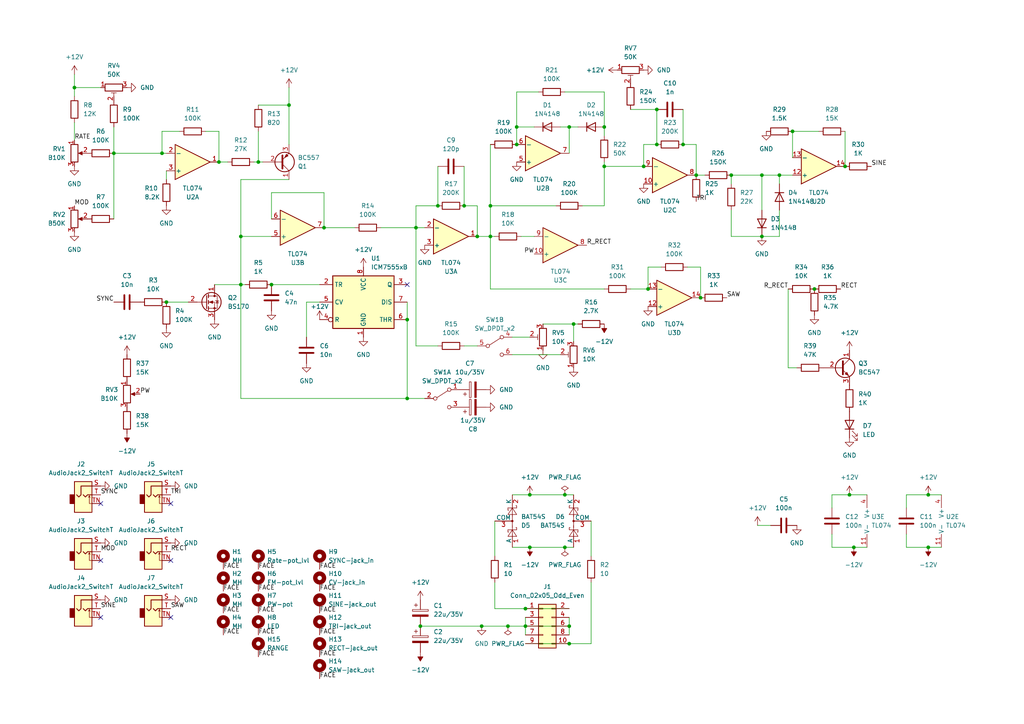
<source format=kicad_sch>
(kicad_sch (version 20230121) (generator eeschema)
  (paper "A4")
  (junction (at 147.32 181.61))
  (junction (at 153.67 143.51))
  (junction (at 247.65 158.75))
  (junction (at 83.82 30.48))
  (junction (at 63.5 46.99))
  (junction (at 163.83 143.51))
  (junction (at 269.24 143.51))
  (junction (at 142.24 68.58))
  (junction (at 190.5 41.91))
  (junction (at 149.86 36.83))
  (junction (at 212.09 50.8))
  (junction (at 165.1 36.83))
  (junction (at 175.26 36.83))
  (junction (at 78.74 82.55))
  (junction (at 134.62 59.69))
  (junction (at 245.11 48.26))
  (junction (at 153.67 158.75))
  (junction (at 118.11 115.57))
  (junction (at 198.12 41.91))
  (junction (at 163.83 158.75))
  (junction (at 165.1 186.69))
  (junction (at 229.87 38.1))
  (junction (at 138.43 68.58))
  (junction (at 48.26 87.63))
  (junction (at 74.93 46.99))
  (junction (at 236.22 83.82))
  (junction (at 220.98 68.58))
  (junction (at 220.98 50.8))
  (junction (at 142.24 59.69))
  (junction (at 127 59.69))
  (junction (at 139.7 181.61))
  (junction (at 203.2 86.36))
  (junction (at 269.24 158.75))
  (junction (at 226.06 50.8))
  (junction (at 175.26 48.26))
  (junction (at 152.4 181.61))
  (junction (at 187.96 83.82))
  (junction (at 33.02 44.45))
  (junction (at 149.86 41.91))
  (junction (at 120.65 66.04))
  (junction (at 246.38 143.51))
  (junction (at 165.1 181.61))
  (junction (at 201.93 50.8))
  (junction (at 152.4 176.53))
  (junction (at 46.99 44.45))
  (junction (at 121.92 181.61))
  (junction (at 166.37 93.98))
  (junction (at 186.69 48.26))
  (junction (at 93.98 66.04))
  (junction (at 69.85 68.58))
  (junction (at 190.5 31.75))
  (junction (at 118.11 92.71))
  (junction (at 21.59 25.4))
  (junction (at 69.85 82.55))
  (no_connect (at 118.11 82.55))
  (no_connect (at 49.53 162.56))
  (no_connect (at 29.21 179.07))
  (no_connect (at 29.21 146.05))
  (no_connect (at 49.53 179.07))
  (no_connect (at 49.53 146.05))
  (no_connect (at 29.21 162.56))
  (wire (pts (xy 175.26 26.67) (xy 175.26 36.83)))
  (wire (pts (xy 52.07 38.1) (xy 46.99 38.1)))
  (wire (pts (xy 118.11 115.57) (xy 69.85 115.57)))
  (wire (pts (xy 149.86 36.83) (xy 149.86 41.91)))
  (wire (pts (xy 120.65 66.04) (xy 120.65 100.33)))
  (wire (pts (xy 118.11 92.71) (xy 118.11 115.57)))
  (wire (pts (xy 78.74 82.55) (xy 92.71 82.55)))
  (wire (pts (xy 134.62 59.69) (xy 138.43 59.69)))
  (wire (pts (xy 226.06 68.58) (xy 220.98 68.58)))
  (wire (pts (xy 262.89 143.51) (xy 262.89 147.32)))
  (wire (pts (xy 120.65 66.04) (xy 123.19 66.04)))
  (wire (pts (xy 63.5 38.1) (xy 63.5 46.99)))
  (wire (pts (xy 203.2 77.47) (xy 203.2 86.36)))
  (wire (pts (xy 212.09 68.58) (xy 220.98 68.58)))
  (wire (pts (xy 212.09 50.8) (xy 212.09 53.34)))
  (wire (pts (xy 29.21 25.4) (xy 21.59 25.4)))
  (wire (pts (xy 163.83 26.67) (xy 175.26 26.67)))
  (wire (pts (xy 46.99 44.45) (xy 48.26 44.45)))
  (wire (pts (xy 139.7 181.61) (xy 147.32 181.61)))
  (wire (pts (xy 78.74 63.5) (xy 78.74 55.88)))
  (wire (pts (xy 46.99 38.1) (xy 46.99 44.45)))
  (wire (pts (xy 162.56 36.83) (xy 165.1 36.83)))
  (wire (pts (xy 190.5 41.91) (xy 186.69 41.91)))
  (wire (pts (xy 273.05 143.51) (xy 269.24 143.51)))
  (wire (pts (xy 201.93 50.8) (xy 201.93 41.91)))
  (wire (pts (xy 175.26 59.69) (xy 168.91 59.69)))
  (wire (pts (xy 69.85 115.57) (xy 69.85 82.55)))
  (wire (pts (xy 147.32 181.61) (xy 152.4 181.61)))
  (wire (pts (xy 48.26 49.53) (xy 48.26 52.07)))
  (wire (pts (xy 269.24 158.75) (xy 262.89 158.75)))
  (wire (pts (xy 83.82 52.07) (xy 69.85 52.07)))
  (wire (pts (xy 171.45 151.13) (xy 171.45 161.29)))
  (wire (pts (xy 33.02 44.45) (xy 46.99 44.45)))
  (wire (pts (xy 219.71 152.4) (xy 223.52 152.4)))
  (wire (pts (xy 134.62 100.33) (xy 138.43 100.33)))
  (wire (pts (xy 142.24 59.69) (xy 142.24 68.58)))
  (wire (pts (xy 120.65 59.69) (xy 120.65 66.04)))
  (wire (pts (xy 269.24 143.51) (xy 262.89 143.51)))
  (wire (pts (xy 165.1 179.07) (xy 165.1 181.61)))
  (wire (pts (xy 245.11 38.1) (xy 245.11 48.26)))
  (wire (pts (xy 165.1 186.69) (xy 171.45 186.69)))
  (wire (pts (xy 69.85 68.58) (xy 78.74 68.58)))
  (wire (pts (xy 231.14 106.68) (xy 228.6 106.68)))
  (wire (pts (xy 74.93 46.99) (xy 76.2 46.99)))
  (wire (pts (xy 92.71 87.63) (xy 88.9 87.63)))
  (wire (pts (xy 251.46 143.51) (xy 246.38 143.51)))
  (wire (pts (xy 182.88 31.75) (xy 190.5 31.75)))
  (wire (pts (xy 74.93 38.1) (xy 74.93 46.99)))
  (wire (pts (xy 247.65 158.75) (xy 241.3 158.75)))
  (wire (pts (xy 157.48 93.98) (xy 166.37 93.98)))
  (wire (pts (xy 142.24 59.69) (xy 161.29 59.69)))
  (wire (pts (xy 198.12 31.75) (xy 198.12 41.91)))
  (wire (pts (xy 229.87 38.1) (xy 229.87 45.72)))
  (wire (pts (xy 152.4 179.07) (xy 152.4 181.61)))
  (wire (pts (xy 182.88 83.82) (xy 187.96 83.82)))
  (wire (pts (xy 152.4 181.61) (xy 165.1 181.61)))
  (wire (pts (xy 201.93 50.8) (xy 204.47 50.8)))
  (wire (pts (xy 69.85 82.55) (xy 62.23 82.55)))
  (wire (pts (xy 165.1 181.61) (xy 165.1 184.15)))
  (wire (pts (xy 175.26 36.83) (xy 175.26 39.37)))
  (wire (pts (xy 151.13 68.58) (xy 154.94 68.58)))
  (wire (pts (xy 241.3 158.75) (xy 241.3 154.94)))
  (wire (pts (xy 226.06 50.8) (xy 229.87 50.8)))
  (wire (pts (xy 212.09 50.8) (xy 220.98 50.8)))
  (wire (pts (xy 142.24 83.82) (xy 175.26 83.82)))
  (wire (pts (xy 246.38 143.51) (xy 241.3 143.51)))
  (wire (pts (xy 48.26 87.63) (xy 54.61 87.63)))
  (wire (pts (xy 110.49 66.04) (xy 120.65 66.04)))
  (wire (pts (xy 142.24 68.58) (xy 142.24 83.82)))
  (wire (pts (xy 152.4 186.69) (xy 165.1 186.69)))
  (wire (pts (xy 163.83 158.75) (xy 166.37 158.75)))
  (wire (pts (xy 143.51 151.13) (xy 143.51 161.29)))
  (wire (pts (xy 118.11 87.63) (xy 118.11 92.71)))
  (wire (pts (xy 212.09 60.96) (xy 212.09 68.58)))
  (wire (pts (xy 69.85 52.07) (xy 69.85 68.58)))
  (wire (pts (xy 63.5 46.99) (xy 66.04 46.99)))
  (wire (pts (xy 134.62 48.26) (xy 134.62 59.69)))
  (wire (pts (xy 59.69 38.1) (xy 63.5 38.1)))
  (wire (pts (xy 148.59 102.87) (xy 162.56 102.87)))
  (wire (pts (xy 149.86 36.83) (xy 154.94 36.83)))
  (wire (pts (xy 156.21 26.67) (xy 149.86 26.67)))
  (wire (pts (xy 201.93 41.91) (xy 198.12 41.91)))
  (wire (pts (xy 241.3 143.51) (xy 241.3 147.32)))
  (wire (pts (xy 88.9 87.63) (xy 88.9 97.79)))
  (wire (pts (xy 138.43 68.58) (xy 142.24 68.58)))
  (wire (pts (xy 148.59 97.79) (xy 153.67 97.79)))
  (wire (pts (xy 199.39 77.47) (xy 203.2 77.47)))
  (wire (pts (xy 83.82 30.48) (xy 83.82 41.91)))
  (wire (pts (xy 138.43 59.69) (xy 138.43 68.58)))
  (wire (pts (xy 83.82 25.4) (xy 83.82 30.48)))
  (wire (pts (xy 175.26 48.26) (xy 175.26 59.69)))
  (wire (pts (xy 142.24 41.91) (xy 142.24 59.69)))
  (wire (pts (xy 228.6 106.68) (xy 228.6 83.82)))
  (wire (pts (xy 127 59.69) (xy 120.65 59.69)))
  (wire (pts (xy 118.11 115.57) (xy 123.19 115.57)))
  (wire (pts (xy 153.67 143.51) (xy 163.83 143.51)))
  (wire (pts (xy 69.85 68.58) (xy 69.85 82.55)))
  (wire (pts (xy 186.69 41.91) (xy 186.69 48.26)))
  (wire (pts (xy 165.1 36.83) (xy 165.1 44.45)))
  (wire (pts (xy 78.74 55.88) (xy 93.98 55.88)))
  (wire (pts (xy 191.77 77.47) (xy 187.96 77.47)))
  (wire (pts (xy 21.59 21.59) (xy 21.59 25.4)))
  (wire (pts (xy 229.87 38.1) (xy 237.49 38.1)))
  (wire (pts (xy 148.59 158.75) (xy 153.67 158.75)))
  (wire (pts (xy 187.96 77.47) (xy 187.96 83.82)))
  (wire (pts (xy 220.98 50.8) (xy 226.06 50.8)))
  (wire (pts (xy 251.46 158.75) (xy 247.65 158.75)))
  (wire (pts (xy 171.45 186.69) (xy 171.45 168.91)))
  (wire (pts (xy 33.02 44.45) (xy 33.02 63.5)))
  (wire (pts (xy 21.59 35.56) (xy 21.59 40.64)))
  (wire (pts (xy 71.12 82.55) (xy 69.85 82.55)))
  (wire (pts (xy 148.59 143.51) (xy 153.67 143.51)))
  (wire (pts (xy 152.4 181.61) (xy 152.4 184.15)))
  (wire (pts (xy 226.06 50.8) (xy 226.06 53.34)))
  (wire (pts (xy 143.51 176.53) (xy 143.51 168.91)))
  (wire (pts (xy 166.37 93.98) (xy 166.37 99.06)))
  (wire (pts (xy 127 100.33) (xy 120.65 100.33)))
  (wire (pts (xy 93.98 55.88) (xy 93.98 66.04)))
  (wire (pts (xy 33.02 36.83) (xy 33.02 44.45)))
  (wire (pts (xy 149.86 26.67) (xy 149.86 36.83)))
  (wire (pts (xy 152.4 176.53) (xy 143.51 176.53)))
  (wire (pts (xy 175.26 48.26) (xy 186.69 48.26)))
  (wire (pts (xy 121.92 181.61) (xy 139.7 181.61)))
  (wire (pts (xy 21.59 25.4) (xy 21.59 27.94)))
  (wire (pts (xy 226.06 60.96) (xy 226.06 68.58)))
  (wire (pts (xy 127 48.26) (xy 127 59.69)))
  (wire (pts (xy 142.24 68.58) (xy 143.51 68.58)))
  (wire (pts (xy 93.98 66.04) (xy 102.87 66.04)))
  (wire (pts (xy 73.66 46.99) (xy 74.93 46.99)))
  (wire (pts (xy 74.93 30.48) (xy 83.82 30.48)))
  (wire (pts (xy 153.67 158.75) (xy 163.83 158.75)))
  (wire (pts (xy 175.26 46.99) (xy 175.26 48.26)))
  (wire (pts (xy 165.1 36.83) (xy 167.64 36.83)))
  (wire (pts (xy 165.1 176.53) (xy 152.4 176.53)))
  (wire (pts (xy 220.98 50.8) (xy 220.98 60.96)))
  (wire (pts (xy 262.89 158.75) (xy 262.89 154.94)))
  (wire (pts (xy 273.05 158.75) (xy 269.24 158.75)))
  (wire (pts (xy 163.83 143.51) (xy 166.37 143.51)))
  (wire (pts (xy 166.37 93.98) (xy 167.64 93.98)))
  (wire (pts (xy 190.5 31.75) (xy 190.5 41.91)))
  (label "FACE" (at 64.77 165.1 0))
  (label "SINE" (at 29.21 176.53 0))
  (label "RATE" (at 21.59 40.64 0))
  (label "RECT" (at 49.53 160.02 0))
  (label "MOD" (at 21.59 59.69 0))
  (label "SINE" (at 252.73 48.26 0))
  (label "FACE" (at 92.71 171.45 0))
  (label "FACE" (at 92.71 184.15 0))
  (label "FACE" (at 92.71 196.85 0))
  (label "PW" (at 40.64 114.3 0))
  (label "FACE" (at 92.71 177.8 0))
  (label "RECT" (at 243.84 83.82 0))
  (label "SAW" (at 210.82 86.36 0))
  (label "FACE" (at 74.93 171.45 0))
  (label "R_RECT" (at 170.18 71.12 0))
  (label "FACE" (at 92.71 190.5 0))
  (label "TRI" (at 201.93 58.42 0))
  (label "R_RECT" (at 228.6 83.82 180))
  (label "FACE" (at 64.77 184.15 0))
  (label "FACE" (at 74.93 184.15 0))
  (label "TRI" (at 49.53 143.51 0))
  (label "SAW" (at 49.53 176.53 0))
  (label "FACE" (at 74.93 177.8 0))
  (label "SYNC" (at 29.21 143.51 0))
  (label "FACE" (at 92.71 165.1 0))
  (label "PW" (at 154.94 73.66 180))
  (label "FACE" (at 74.93 165.1 0))
  (label "MOD" (at 29.21 160.02 0))
  (label "FACE" (at 64.77 177.8 0))
  (label "FACE" (at 64.77 171.45 0))
  (label "FACE" (at 74.93 190.5 0))
  (label "SYNC" (at 33.02 87.63 180))
  (symbol (lib_id "power:GND") (at 222.25 38.1 0) (unit 1)
    (property "Reference" "#PWR038" (effects hide))
    (property "Value" "GND" (at 222.25 43.18 0))
  )
  (symbol (lib_id "Device:R_Potentiometer_Trim") (at 157.48 97.79 180) (unit 1)
    (property "Reference" "RV5" (at 160.02 96.52 0) (effects (justify right)))
    (property "Value" "10K" (at 160.02 99.06 0) (effects (justify right)))
    (property "Footprint" "Potentiometer_THT:Potentiometer_Bourns_3296W_Vertical" (effects hide))
  )
  (symbol (lib_id "Timer:ICM7555xB") (at 105.41 87.63 0) (unit 1)
    (property "Reference" "U1" (at 107.6041 74.93 0) (effects (justify left)))
    (property "Value" "ICM7555xB" (at 107.6041 77.47 0) (effects (justify left)))
    (property "Footprint" "Package_SO:SOIC-8_3.9x4.9mm_P1.27mm" (effects hide))
    (property "Datasheet" "http://www.intersil.com/content/dam/Intersil/documents/icm7/icm7555-56.pdf" (effects hide))
    (property "Vendor" "Mouser" (effects hide))
    (property "PartNum" "968-ICM7555CBAZ-T" (effects hide))
  )
  (symbol (lib_id "Device:R_Potentiometer") (at 21.59 44.45 0) (unit 1)
    (property "Reference" "RV1" (at 19.05 43.18 0) (effects (justify right)))
    (property "Value" "B10K" (at 19.05 45.72 0) (effects (justify right)))
    (property "Footprint" "Eurorack:Potentiometer_RV16AF-41-15R1" (effects hide))
    (property "Vendor" "Tayda" (effects hide))
    (property "PartNum" "A-2969" (effects hide))
  )
  (symbol (lib_id "Device:R") (at 246.38 115.57 0) (unit 1)
    (property "Reference" "R40" (at 248.92 114.3 0) (effects (justify left)))
    (property "Value" "1K" (at 248.92 116.84 0) (effects (justify left)))
    (property "Footprint" "Resistor_SMD:R_0805_2012Metric" (effects hide))
  )
  (symbol (lib_id "Amplifier_Operational:TL074") (at 194.31 50.8 0) (mirror x) (unit 3)
    (property "Reference" "U2" (at 194.31 60.96 0))
    (property "Value" "TL074" (at 194.31 58.42 0))
    (property "Footprint" "Package_SO:SOIC-14_3.9x8.7mm_P1.27mm" (effects hide))
    (property "Datasheet" "http://www.ti.com/lit/ds/symlink/tl071.pdf" (effects hide))
    (property "Vendor" "Mouser" (effects hide))
    (property "PartNum" "595-TL074CN" (effects hide))
  )
  (symbol (lib_id "power:GND") (at 123.19 71.12 0) (unit 1)
    (property "Reference" "#PWR029" (effects hide))
    (property "Value" "GND" (at 123.19 76.2 0))
  )
  (symbol (lib_id "Eurorack:BC547") (at 243.84 106.68 0) (unit 1)
    (property "Reference" "Q3" (at 248.92 105.41 0) (effects (justify left)))
    (property "Value" "BC547" (at 248.92 107.95 0) (effects (justify left)))
    (property "Footprint" "Package_TO_SOT_THT:TO-92_Inline_Wide" (effects hide))
    (property "Datasheet" "https://www.onsemi.com/pub/Collateral/BC550-D.pdf" (effects hide))
    (property "Vendor" "Mouser" (effects hide))
    (property "PartNum" "637-BC547C" (effects hide))
  )
  (symbol (lib_id "Switch:SW_DPDT_x2") (at 128.27 115.57 0) (unit 1)
    (property "Reference" "SW1" (at 128.27 107.95 0))
    (property "Value" "SW_DPDT_x2" (at 128.27 110.49 0))
    (property "Footprint" "Eurorack:Switch_DPDT_Tayda_A-5752" (effects hide))
    (property "Vendor" "Tayda" (effects hide))
    (property "PartNum" "A-6809" (effects hide))
  )
  (symbol (lib_id "Amplifier_Operational:TL074") (at 86.36 66.04 0) (mirror x) (unit 2)
    (property "Reference" "U3" (at 86.36 76.2 0))
    (property "Value" "TL074" (at 86.36 73.66 0))
    (property "Footprint" "Package_SO:SOIC-14_3.9x8.7mm_P1.27mm" (effects hide))
    (property "Datasheet" "http://www.ti.com/lit/ds/symlink/tl071.pdf" (effects hide))
    (property "Vendor" "Mouser" (effects hide))
    (property "PartNum" "595-TL074CN" (effects hide))
  )
  (symbol (lib_id "Device:R") (at 207.01 86.36 270) (unit 1)
    (property "Reference" "R33" (at 207.01 80.01 90))
    (property "Value" "1K" (at 207.01 82.55 90))
    (property "Footprint" "Resistor_SMD:R_0805_2012Metric" (effects hide))
  )
  (symbol (lib_id "Mechanical:MountingHole_Pad") (at 74.93 181.61 0) (unit 1) (in_bom no)
    (property "Reference" "H8" (at 77.47 179.07 0) (effects (justify left)))
    (property "Value" "LED" (at 77.47 181.61 0) (effects (justify left)))
    (property "Footprint" "Eurorack:Mech-LED-Hole-3mm-Bezel" (effects hide))
  )
  (symbol (lib_id "Device:C_Polarized") (at 137.16 118.11 90) (unit 1)
    (property "Reference" "C8" (at 137.16 124.46 90))
    (property "Value" "1u/35V" (at 137.16 121.92 90))
    (property "Footprint" "Capacitor_THT:CP_Radial_D5.0mm_P2.50mm" (effects hide))
  )
  (symbol (lib_id "Device:R") (at 130.81 100.33 90) (unit 1)
    (property "Reference" "R15" (at 130.81 93.98 90))
    (property "Value" "100K" (at 130.81 96.52 90))
    (property "Footprint" "Resistor_SMD:R_0805_2012Metric" (effects hide))
  )
  (symbol (lib_id "Eurorack:BAT54S") (at 166.37 151.13 90) (unit 1)
    (property "Reference" "D6" (at 163.83 149.86 90) (effects (justify left)))
    (property "Value" "BAT54S" (at 163.83 152.4 90) (effects (justify left)))
    (property "Footprint" "Package_TO_SOT_SMD:SOT-23" (effects hide))
    (property "Datasheet" "https://www.diodes.com/assets/Datasheets/ds11005.pdf" (effects hide))
    (property "Vendor" "Mouser" (effects hide))
    (property "PartNum" "863-BAT54SLT1G" (effects hide))
  )
  (symbol (lib_id "Amplifier_Operational:TL074") (at 195.58 86.36 0) (mirror x) (unit 4)
    (property "Reference" "U3" (at 195.58 96.52 0))
    (property "Value" "TL074" (at 195.58 93.98 0))
    (property "Footprint" "Package_SO:SOIC-14_3.9x8.7mm_P1.27mm" (effects hide))
    (property "Datasheet" "http://www.ti.com/lit/ds/symlink/tl071.pdf" (effects hide))
    (property "Vendor" "Mouser" (effects hide))
    (property "PartNum" "595-TL074CN" (effects hide))
  )
  (symbol (lib_id "power:GND") (at 140.97 113.03 90) (unit 1)
    (property "Reference" "#PWR019" (effects hide))
    (property "Value" "GND" (at 144.78 113.03 90) (effects (justify right)))
  )
  (symbol (lib_id "power:-12V") (at 247.65 158.75 180) (unit 1)
    (property "Reference" "#PWR043" (effects hide))
    (property "Value" "-12V" (at 247.65 163.83 0))
  )
  (symbol (lib_id "power:-12V") (at 36.83 125.73 180) (unit 1)
    (property "Reference" "#PWR022" (effects hide))
    (property "Value" "-12V" (at 36.83 130.81 0))
  )
  (symbol (lib_id "Mechanical:MountingHole_Pad") (at 64.77 181.61 0) (unit 1) (in_bom no)
    (property "Reference" "H4" (at 67.31 179.07 0) (effects (justify left)))
    (property "Value" "MH" (at 67.31 181.61 0) (effects (justify left)))
    (property "Footprint" "Eurorack:Mech-MountingHole" (effects hide))
  )
  (symbol (lib_id "Device:R") (at 48.26 91.44 0) (unit 1)
    (property "Reference" "R4" (at 50.8 90.17 0) (effects (justify left)))
    (property "Value" "100K" (at 50.8 92.71 0) (effects (justify left)))
    (property "Footprint" "Resistor_SMD:R_0805_2012Metric" (effects hide))
  )
  (symbol (lib_id "power:+12V") (at 269.24 143.51 0) (unit 1)
    (property "Reference" "#PWR042" (effects hide))
    (property "Value" "+12V" (at 269.24 138.43 0))
  )
  (symbol (lib_id "Eurorack:BAT54S") (at 148.59 151.13 270) (mirror x) (unit 1)
    (property "Reference" "D5" (at 151.13 152.4 90) (effects (justify left)))
    (property "Value" "BAT54S" (at 151.13 149.86 90) (effects (justify left)))
    (property "Footprint" "Package_TO_SOT_SMD:SOT-23" (effects hide))
    (property "Datasheet" "https://www.diodes.com/assets/Datasheets/ds11005.pdf" (effects hide))
    (property "Vendor" "Mouser" (effects hide))
    (property "PartNum" "863-BAT54SLT1G" (effects hide))
  )
  (symbol (lib_id "Device:C") (at 78.74 86.36 180) (unit 1)
    (property "Reference" "C4" (at 82.55 85.09 0) (effects (justify right)))
    (property "Value" "47n" (at 82.55 87.63 0) (effects (justify right)))
    (property "Footprint" "Capacitor_SMD:C_0805_2012Metric" (effects hide))
  )
  (symbol (lib_id "power:GND") (at 139.7 181.61 0) (unit 1)
    (property "Reference" "#PWR07" (effects hide))
    (property "Value" "GND" (at 139.7 186.69 0))
  )
  (symbol (lib_id "Eurorack:Conn_02x05_Odd_Even") (at 157.48 181.61 0) (unit 1)
    (property "Reference" "J1" (at 158.75 170.18 0))
    (property "Value" "Conn_02x05_Odd_Even" (at 158.75 172.72 0))
    (property "Footprint" "Eurorack:PinHeader_2x05_P2.54mm_Vertical" (effects hide))
    (property "Vendor" "Tayda" (effects hide))
    (property "PartNum" "A-2939" (effects hide))
  )
  (symbol (lib_id "Device:R") (at 195.58 77.47 90) (unit 1)
    (property "Reference" "R32" (at 195.58 71.12 90))
    (property "Value" "100K" (at 195.58 73.66 90))
    (property "Footprint" "Resistor_SMD:R_0805_2012Metric" (effects hide))
  )
  (symbol (lib_id "Amplifier_Operational:TL074") (at 237.49 48.26 0) (mirror x) (unit 4)
    (property "Reference" "U2" (at 237.49 58.42 0))
    (property "Value" "TL074" (at 237.49 55.88 0))
    (property "Footprint" "Package_SO:SOIC-14_3.9x8.7mm_P1.27mm" (effects hide))
    (property "Datasheet" "http://www.ti.com/lit/ds/symlink/tl071.pdf" (effects hide))
    (property "Vendor" "Mouser" (effects hide))
    (property "PartNum" "595-TL074CN" (effects hide))
  )
  (symbol (lib_id "power:GND") (at 246.38 127 0) (unit 1)
    (property "Reference" "#PWR048" (effects hide))
    (property "Value" "GND" (at 246.38 132.08 0))
  )
  (symbol (lib_id "Device:R") (at 194.31 41.91 90) (unit 1)
    (property "Reference" "R23" (at 194.31 35.56 90))
    (property "Value" "200K" (at 194.31 38.1 90))
    (property "Footprint" "Resistor_SMD:R_0805_2012Metric" (effects hide))
  )
  (symbol (lib_id "Device:R") (at 248.92 48.26 270) (unit 1)
    (property "Reference" "R30" (at 248.92 41.91 90))
    (property "Value" "1K" (at 248.92 44.45 90))
    (property "Footprint" "Resistor_SMD:R_0805_2012Metric" (effects hide))
  )
  (symbol (lib_id "Device:R") (at 29.21 44.45 90) (unit 1)
    (property "Reference" "R6" (at 29.21 38.1 90))
    (property "Value" "100K" (at 29.21 40.64 90))
    (property "Footprint" "Resistor_SMD:R_0805_2012Metric" (effects hide))
  )
  (symbol (lib_id "Device:LED") (at 246.38 123.19 90) (unit 1)
    (property "Reference" "D7" (at 250.19 123.5075 90) (effects (justify right)))
    (property "Value" "LED" (at 250.19 126.0475 90) (effects (justify right)))
    (property "Footprint" "LED_THT:LED_D3.0mm" (effects hide))
  )
  (symbol (lib_id "Eurorack:AudioJack2_SwitchT") (at 44.45 176.53 0) (unit 1)
    (property "Reference" "J7" (at 43.815 167.64 0))
    (property "Value" "AudioJack2_SwitchT" (at 43.815 170.18 0))
    (property "Footprint" "Eurorack:AudioJack2_Tayda_A-2566" (effects hide))
    (property "Vendor" "Tayda" (effects hide))
    (property "PartNum" "A-2566" (effects hide))
  )
  (symbol (lib_id "Device:R_Potentiometer_Trim") (at 166.37 102.87 180) (unit 1)
    (property "Reference" "RV6" (at 168.91 101.6 0) (effects (justify right)))
    (property "Value" "10K" (at 168.91 104.14 0) (effects (justify right)))
    (property "Footprint" "Potentiometer_THT:Potentiometer_Bourns_3296W_Vertical" (effects hide))
  )
  (symbol (lib_id "Device:R_Potentiometer") (at 21.59 63.5 0) (unit 1)
    (property "Reference" "RV2" (at 19.05 62.23 0) (effects (justify right)))
    (property "Value" "B50K" (at 19.05 64.77 0) (effects (justify right)))
    (property "Footprint" "Eurorack:Potentiometer_RV16AF-41-15R1" (effects hide))
    (property "Vendor" "Tayda" (effects hide))
    (property "PartNum" "A-5401" (effects hide))
  )
  (symbol (lib_id "power:+12V") (at 246.38 143.51 0) (unit 1)
    (property "Reference" "#PWR041" (effects hide))
    (property "Value" "+12V" (at 246.38 138.43 0))
  )
  (symbol (lib_id "Mechanical:MountingHole_Pad") (at 92.71 181.61 0) (unit 1) (in_bom no)
    (property "Reference" "H12" (at 95.25 179.07 0) (effects (justify left)))
    (property "Value" "TRI-jack_out" (at 95.25 181.61 0) (effects (justify left)))
    (property "Footprint" "Eurorack:Mech-AudioJack-Hole-Output" (effects hide))
  )
  (symbol (lib_id "Device:C") (at 262.89 151.13 0) (unit 1)
    (property "Reference" "C11" (at 266.7 149.86 0) (effects (justify left)))
    (property "Value" "100n" (at 266.7 152.4 0) (effects (justify left)))
    (property "Footprint" "Capacitor_SMD:C_0805_2012Metric" (effects hide))
  )
  (symbol (lib_id "Device:D") (at 220.98 64.77 90) (unit 1)
    (property "Reference" "D3" (at 223.52 63.5 90) (effects (justify right)))
    (property "Value" "1N4148" (at 223.52 66.04 90) (effects (justify right)))
    (property "Footprint" "Diode_SMD:D_SOD-323_HandSoldering" (effects hide))
    (property "Sim.Device" "D" (effects hide))
    (property "Sim.Pins" "1=K 2=A" (effects hide))
  )
  (symbol (lib_id "Device:R") (at 33.02 33.02 0) (unit 1)
    (property "Reference" "R9" (at 35.56 31.75 0) (effects (justify left)))
    (property "Value" "100K" (at 35.56 34.29 0) (effects (justify left)))
    (property "Footprint" "Resistor_SMD:R_0805_2012Metric" (effects hide))
  )
  (symbol (lib_id "power:GND") (at 48.26 95.25 0) (unit 1)
    (property "Reference" "#PWR010" (effects hide))
    (property "Value" "GND" (at 48.26 100.33 0))
  )
  (symbol (lib_id "Device:R") (at 69.85 46.99 90) (unit 1)
    (property "Reference" "R12" (at 69.85 40.64 90))
    (property "Value" "27K" (at 69.85 43.18 90))
    (property "Footprint" "Resistor_SMD:R_0805_2012Metric" (effects hide))
  )
  (symbol (lib_id "Device:R_Potentiometer_Trim") (at 182.88 20.32 90) (mirror x) (unit 1)
    (property "Reference" "RV7" (at 182.88 13.97 90))
    (property "Value" "50K" (at 182.88 16.51 90))
    (property "Footprint" "Potentiometer_THT:Potentiometer_Bourns_3296W_Vertical" (effects hide))
  )
  (symbol (lib_id "Device:R") (at 147.32 68.58 90) (unit 1)
    (property "Reference" "R18" (at 147.32 62.23 90))
    (property "Value" "10K" (at 147.32 64.77 90))
    (property "Footprint" "Resistor_SMD:R_0805_2012Metric" (effects hide))
  )
  (symbol (lib_id "Device:D") (at 158.75 36.83 0) (unit 1)
    (property "Reference" "D1" (at 158.75 30.48 0))
    (property "Value" "1N4148" (at 158.75 33.02 0))
    (property "Footprint" "Diode_SMD:D_SOD-323_HandSoldering" (effects hide))
    (property "Sim.Device" "D" (effects hide))
    (property "Sim.Pins" "1=K 2=A" (effects hide))
  )
  (symbol (lib_id "power:-12V") (at 175.26 93.98 180) (unit 1)
    (property "Reference" "#PWR032" (effects hide))
    (property "Value" "-12V" (at 175.26 99.06 0))
  )
  (symbol (lib_id "Device:R") (at 130.81 59.69 90) (unit 1)
    (property "Reference" "R17" (at 130.81 53.34 90))
    (property "Value" "200K" (at 130.81 55.88 90))
    (property "Footprint" "Resistor_SMD:R_0805_2012Metric" (effects hide))
  )
  (symbol (lib_id "Device:R") (at 74.93 82.55 90) (unit 1)
    (property "Reference" "R5" (at 74.93 76.2 90))
    (property "Value" "1K" (at 74.93 78.74 90))
    (property "Footprint" "Resistor_SMD:R_0805_2012Metric" (effects hide))
  )
  (symbol (lib_id "power:GND") (at 149.86 46.99 0) (unit 1)
    (property "Reference" "#PWR033" (effects hide))
    (property "Value" "GND" (at 149.86 52.07 0))
  )
  (symbol (lib_id "Transistor_BJT:BC557") (at 81.28 46.99 0) (mirror x) (unit 1)
    (property "Reference" "Q1" (at 86.36 48.26 0) (effects (justify left)))
    (property "Value" "BC557" (at 86.36 45.72 0) (effects (justify left)))
    (property "Footprint" "Package_TO_SOT_THT:TO-92_Inline_Wide" (effects hide))
    (property "Datasheet" "https://www.onsemi.com/pub/Collateral/BC556BTA-D.pdf" (effects hide))
    (property "Vendor" "Mouser" (effects hide))
    (property "PartNum" "637-BC557B" (effects hide))
  )
  (symbol (lib_id "power:GND") (at 62.23 92.71 0) (unit 1)
    (property "Reference" "#PWR011" (effects hide))
    (property "Value" "GND" (at 62.23 97.79 0))
  )
  (symbol (lib_id "Mechanical:MountingHole_Pad") (at 64.77 175.26 0) (unit 1) (in_bom no)
    (property "Reference" "H3" (at 67.31 172.72 0) (effects (justify left)))
    (property "Value" "MH" (at 67.31 175.26 0) (effects (justify left)))
    (property "Footprint" "Eurorack:Mech-MountingHole" (effects hide))
  )
  (symbol (lib_id "power:+12V") (at 92.71 92.71 0) (unit 1)
    (property "Reference" "#PWR018" (effects hide))
    (property "Value" "+12V" (at 92.71 88.9 0))
  )
  (symbol (lib_id "Device:R") (at 48.26 55.88 180) (unit 1)
    (property "Reference" "R10" (at 41.91 54.61 0) (effects (justify right)))
    (property "Value" "8.2K" (at 41.91 57.15 0) (effects (justify right)))
    (property "Footprint" "Resistor_SMD:R_0805_2012Metric" (effects hide))
  )
  (symbol (lib_id "power:+12V") (at 219.71 152.4 0) (unit 1)
    (property "Reference" "#PWR016" (effects hide))
    (property "Value" "+12V" (at 219.71 147.32 0))
  )
  (symbol (lib_id "power:GND") (at 105.41 97.79 0) (unit 1)
    (property "Reference" "#PWR014" (effects hide))
    (property "Value" "GND" (at 105.41 102.87 0))
  )
  (symbol (lib_id "power:GND") (at 48.26 59.69 0) (unit 1)
    (property "Reference" "#PWR027" (effects hide))
    (property "Value" "GND" (at 48.26 64.77 0))
  )
  (symbol (lib_id "Amplifier_Operational:TL074") (at 275.59 151.13 0) (unit 5)
    (property "Reference" "U2" (at 274.32 149.86 0) (effects (justify left)))
    (property "Value" "TL074" (at 274.32 152.4 0) (effects (justify left)))
    (property "Footprint" "Package_SO:SOIC-14_3.9x8.7mm_P1.27mm" (effects hide))
    (property "Datasheet" "http://www.ti.com/lit/ds/symlink/tl071.pdf" (effects hide))
    (property "Vendor" "Mouser" (effects hide))
    (property "PartNum" "595-TL074CN" (effects hide))
  )
  (symbol (lib_id "Eurorack:AudioJack2_SwitchT") (at 24.13 143.51 0) (unit 1)
    (property "Reference" "J2" (at 23.495 134.62 0))
    (property "Value" "AudioJack2_SwitchT" (at 23.495 137.16 0))
    (property "Footprint" "Eurorack:AudioJack2_Tayda_A-2566" (effects hide))
    (property "Vendor" "Tayda" (effects hide))
    (property "PartNum" "A-2566" (effects hide))
  )
  (symbol (lib_id "Device:R_Potentiometer") (at 36.83 114.3 0) (unit 1)
    (property "Reference" "RV3" (at 34.29 113.03 0) (effects (justify right)))
    (property "Value" "B10K" (at 34.29 115.57 0) (effects (justify right)))
    (property "Footprint" "Eurorack:Potentiometer_RV16AF-41-15R1" (effects hide))
    (property "Vendor" "Tayda" (effects hide))
    (property "PartNum" "A-2969" (effects hide))
  )
  (symbol (lib_id "Mechanical:MountingHole_Pad") (at 92.71 187.96 0) (unit 1) (in_bom no)
    (property "Reference" "H13" (at 95.25 185.42 0) (effects (justify left)))
    (property "Value" "RECT-jack_out" (at 95.25 187.96 0) (effects (justify left)))
    (property "Footprint" "Eurorack:Mech-AudioJack-Hole-Output" (effects hide))
  )
  (symbol (lib_id "Device:R") (at 208.28 50.8 270) (unit 1)
    (property "Reference" "R26" (at 208.28 44.45 90))
    (property "Value" "150K" (at 208.28 46.99 90))
    (property "Footprint" "Resistor_SMD:R_0805_2012Metric" (effects hide))
  )
  (symbol (lib_id "power:+12V") (at 246.38 101.6 0) (unit 1)
    (property "Reference" "#PWR047" (effects hide))
    (property "Value" "+12V" (at 246.38 96.52 0))
  )
  (symbol (lib_id "Amplifier_Operational:TL074") (at 130.81 68.58 0) (mirror x) (unit 1)
    (property "Reference" "U3" (at 130.81 78.74 0))
    (property "Value" "TL074" (at 130.81 76.2 0))
    (property "Footprint" "Package_SO:SOIC-14_3.9x8.7mm_P1.27mm" (effects hide))
    (property "Datasheet" "http://www.ti.com/lit/ds/symlink/tl071.pdf" (effects hide))
    (property "Vendor" "Mouser" (effects hide))
    (property "PartNum" "595-TL074CN" (effects hide))
  )
  (symbol (lib_id "Device:C_Polarized") (at 121.92 177.8 0) (unit 1)
    (property "Reference" "C1" (at 125.73 175.641 0) (effects (justify left)))
    (property "Value" "22u/35V" (at 125.73 178.181 0) (effects (justify left)))
    (property "Footprint" "Capacitor_THT:CP_Radial_D5.0mm_P2.50mm" (effects hide))
  )
  (symbol (lib_id "Mechanical:MountingHole_Pad") (at 74.93 175.26 0) (unit 1) (in_bom no)
    (property "Reference" "H7" (at 77.47 172.72 0) (effects (justify left)))
    (property "Value" "PW-pot" (at 77.47 175.26 0) (effects (justify left)))
    (property "Footprint" "Eurorack:Mech-Potentiometer-Hole_pan" (effects hide))
  )
  (symbol (lib_id "power:GND") (at 36.83 25.4 90) (unit 1)
    (property "Reference" "#PWR026" (effects hide))
    (property "Value" "GND" (at 40.64 25.4 90) (effects (justify right)))
  )
  (symbol (lib_id "Device:R") (at 236.22 87.63 180) (unit 1)
    (property "Reference" "R35" (at 238.76 86.36 0) (effects (justify right)))
    (property "Value" "4.7K" (at 238.76 88.9 0) (effects (justify right)))
    (property "Footprint" "Resistor_SMD:R_0805_2012Metric" (effects hide))
  )
  (symbol (lib_id "Device:R") (at 226.06 38.1 90) (unit 1)
    (property "Reference" "R29" (at 226.06 31.75 90))
    (property "Value" "1.5K" (at 226.06 34.29 90))
    (property "Footprint" "Resistor_SMD:R_0805_2012Metric" (effects hide))
  )
  (symbol (lib_id "power:GND") (at 29.21 173.99 90) (unit 1)
    (property "Reference" "#PWR03" (effects hide))
    (property "Value" "GND" (at 33.02 173.99 90) (effects (justify right)))
  )
  (symbol (lib_id "power:GND") (at 187.96 88.9 0) (unit 1)
    (property "Reference" "#PWR039" (effects hide))
    (property "Value" "GND" (at 187.96 93.98 0))
  )
  (symbol (lib_id "Mechanical:MountingHole_Pad") (at 74.93 168.91 0) (unit 1) (in_bom no)
    (property "Reference" "H6" (at 77.47 166.37 0) (effects (justify left)))
    (property "Value" "FM-pot_lvl" (at 77.47 168.91 0) (effects (justify left)))
    (property "Footprint" "Eurorack:Mech-Potentiometer-Hole_level" (effects hide))
  )
  (symbol (lib_id "Device:R") (at 212.09 57.15 0) (unit 1)
    (property "Reference" "R27" (at 214.63 55.88 0) (effects (justify left)))
    (property "Value" "22K" (at 214.63 58.42 0) (effects (justify left)))
    (property "Footprint" "Resistor_SMD:R_0805_2012Metric" (effects hide))
  )
  (symbol (lib_id "Device:R") (at 171.45 165.1 0) (unit 1)
    (property "Reference" "R2" (at 173.99 163.83 0) (effects (justify left)))
    (property "Value" "10" (at 173.99 166.37 0) (effects (justify left)))
    (property "Footprint" "Resistor_SMD:R_0805_2012Metric" (effects hide))
  )
  (symbol (lib_id "power:PWR_FLAG") (at 163.83 158.75 180) (unit 1)
    (property "Reference" "#FLG02" (effects hide))
    (property "Value" "PWR_FLAG" (at 163.83 163.83 0))
  )
  (symbol (lib_id "Amplifier_Operational:TL074") (at 55.88 46.99 0) (mirror x) (unit 1)
    (property "Reference" "U2" (at 55.88 57.15 0))
    (property "Value" "TL074" (at 55.88 54.61 0))
    (property "Footprint" "Package_SO:SOIC-14_3.9x8.7mm_P1.27mm" (effects hide))
    (property "Datasheet" "http://www.ti.com/lit/ds/symlink/tl071.pdf" (effects hide))
    (property "Vendor" "Mouser" (effects hide))
    (property "PartNum" "595-TL074CN" (effects hide))
  )
  (symbol (lib_id "power:GND") (at 21.59 48.26 0) (unit 1)
    (property "Reference" "#PWR024" (effects hide))
    (property "Value" "GND" (at 21.59 53.34 0))
  )
  (symbol (lib_id "Device:R") (at 55.88 38.1 90) (unit 1)
    (property "Reference" "R11" (at 55.88 31.75 90))
    (property "Value" "100K" (at 55.88 34.29 90))
    (property "Footprint" "Resistor_SMD:R_0805_2012Metric" (effects hide))
  )
  (symbol (lib_id "power:GND") (at 29.21 157.48 90) (unit 1)
    (property "Reference" "#PWR02" (effects hide))
    (property "Value" "GND" (at 33.02 157.48 90) (effects (justify right)))
  )
  (symbol (lib_id "Device:R") (at 234.95 106.68 90) (unit 1)
    (property "Reference" "R39" (at 234.95 100.33 90))
    (property "Value" "47K" (at 234.95 102.87 90))
    (property "Footprint" "Resistor_SMD:R_0805_2012Metric" (effects hide))
  )
  (symbol (lib_id "Mechanical:MountingHole_Pad") (at 92.71 194.31 0) (unit 1) (in_bom no)
    (property "Reference" "H14" (at 95.25 191.77 0) (effects (justify left)))
    (property "Value" "SAW-jack_out" (at 95.25 194.31 0) (effects (justify left)))
    (property "Footprint" "Eurorack:Mech-AudioJack-Hole-Output" (effects hide))
  )
  (symbol (lib_id "power:+12V") (at 121.92 173.99 0) (unit 1)
    (property "Reference" "#PWR08" (effects hide))
    (property "Value" "+12V" (at 121.92 168.91 0))
  )
  (symbol (lib_id "Device:C") (at 241.3 151.13 0) (unit 1)
    (property "Reference" "C12" (at 245.11 149.86 0) (effects (justify left)))
    (property "Value" "100n" (at 245.11 152.4 0) (effects (justify left)))
    (property "Footprint" "Capacitor_SMD:C_0805_2012Metric" (effects hide))
  )
  (symbol (lib_id "power:PWR_FLAG") (at 163.83 143.51 0) (unit 1)
    (property "Reference" "#FLG01" (effects hide))
    (property "Value" "PWR_FLAG" (at 163.83 138.43 0))
  )
  (symbol (lib_id "Amplifier_Operational:TL074") (at 162.56 71.12 0) (mirror x) (unit 3)
    (property "Reference" "U3" (at 162.56 81.28 0))
    (property "Value" "TL074" (at 162.56 78.74 0))
    (property "Footprint" "Package_SO:SOIC-14_3.9x8.7mm_P1.27mm" (effects hide))
    (property "Datasheet" "http://www.ti.com/lit/ds/symlink/tl071.pdf" (effects hide))
    (property "Vendor" "Mouser" (effects hide))
    (property "PartNum" "595-TL074CN" (effects hide))
  )
  (symbol (lib_id "power:GND") (at 231.14 152.4 0) (unit 1)
    (property "Reference" "#PWR013" (effects hide))
    (property "Value" "GND" (at 231.14 157.48 0))
  )
  (symbol (lib_id "Mechanical:MountingHole_Pad") (at 92.71 168.91 0) (unit 1) (in_bom no)
    (property "Reference" "H10" (at 95.25 166.37 0) (effects (justify left)))
    (property "Value" "CV-jack_in" (at 95.25 168.91 0) (effects (justify left)))
    (property "Footprint" "Eurorack:Mech-AudioJack-Hole" (effects hide))
  )
  (symbol (lib_id "Eurorack:AudioJack2_SwitchT") (at 24.13 160.02 0) (unit 1)
    (property "Reference" "J3" (at 23.495 151.13 0))
    (property "Value" "AudioJack2_SwitchT" (at 23.495 153.67 0))
    (property "Footprint" "Eurorack:AudioJack2_Tayda_A-2566" (effects hide))
    (property "Vendor" "Tayda" (effects hide))
    (property "PartNum" "A-2566" (effects hide))
  )
  (symbol (lib_id "Device:C_Polarized") (at 137.16 113.03 90) (unit 1)
    (property "Reference" "C7" (at 136.271 105.41 90))
    (property "Value" "10u/35V" (at 136.271 107.95 90))
    (property "Footprint" "Capacitor_THT:CP_Radial_D5.0mm_P2.50mm" (effects hide))
  )
  (symbol (lib_id "Device:C") (at 36.83 87.63 90) (unit 1)
    (property "Reference" "C3" (at 36.83 80.01 90))
    (property "Value" "10n" (at 36.83 82.55 90))
    (property "Footprint" "Capacitor_SMD:C_0805_2012Metric" (effects hide))
  )
  (symbol (lib_id "power:+12V") (at 105.41 77.47 0) (unit 1)
    (property "Reference" "#PWR015" (effects hide))
    (property "Value" "+12V" (at 105.41 72.39 0))
  )
  (symbol (lib_id "power:PWR_FLAG") (at 147.32 181.61 180) (unit 1)
    (property "Reference" "#FLG03" (effects hide))
    (property "Value" "PWR_FLAG" (at 147.32 186.69 0))
  )
  (symbol (lib_id "Mechanical:MountingHole_Pad") (at 64.77 168.91 0) (unit 1) (in_bom no)
    (property "Reference" "H2" (at 67.31 166.37 0) (effects (justify left)))
    (property "Value" "MH" (at 67.31 168.91 0) (effects (justify left)))
    (property "Footprint" "Eurorack:Mech-MountingHole" (effects hide))
  )
  (symbol (lib_id "Eurorack:AudioJack2_SwitchT") (at 44.45 160.02 0) (unit 1)
    (property "Reference" "J6" (at 43.815 151.13 0))
    (property "Value" "AudioJack2_SwitchT" (at 43.815 153.67 0))
    (property "Footprint" "Eurorack:AudioJack2_Tayda_A-2566" (effects hide))
    (property "Vendor" "Tayda" (effects hide))
    (property "PartNum" "A-2566" (effects hide))
  )
  (symbol (lib_id "power:+12V") (at 153.67 143.51 0) (unit 1)
    (property "Reference" "#PWR045" (effects hide))
    (property "Value" "+12V" (at 153.67 138.43 0))
  )
  (symbol (lib_id "power:+12V") (at 36.83 102.87 0) (unit 1)
    (property "Reference" "#PWR021" (effects hide))
    (property "Value" "+12V" (at 36.83 97.79 0))
  )
  (symbol (lib_id "power:GND") (at 186.69 20.32 90) (unit 1)
    (property "Reference" "#PWR035" (effects hide))
    (property "Value" "GND" (at 190.5 20.32 90) (effects (justify right)))
  )
  (symbol (lib_id "Device:R") (at 182.88 27.94 180) (unit 1)
    (property "Reference" "R24" (at 185.42 26.67 0) (effects (justify right)))
    (property "Value" "150K" (at 185.42 29.21 0) (effects (justify right)))
    (property "Footprint" "Resistor_SMD:R_0805_2012Metric" (effects hide))
  )
  (symbol (lib_id "power:GND") (at 186.69 53.34 0) (unit 1)
    (property "Reference" "#PWR034" (effects hide))
    (property "Value" "GND" (at 186.69 58.42 0))
  )
  (symbol (lib_id "power:-12V") (at 153.67 158.75 180) (unit 1)
    (property "Reference" "#PWR046" (effects hide))
    (property "Value" "-12V" (at 153.67 163.83 0))
  )
  (symbol (lib_id "power:-12V") (at 121.92 189.23 180) (unit 1)
    (property "Reference" "#PWR09" (effects hide))
    (property "Value" "-12V" (at 121.92 194.31 0))
  )
  (symbol (lib_id "Device:R") (at 36.83 121.92 180) (unit 1)
    (property "Reference" "R38" (at 39.37 120.65 0) (effects (justify right)))
    (property "Value" "15K" (at 39.37 123.19 0) (effects (justify right)))
    (property "Footprint" "Resistor_SMD:R_0805_2012Metric" (effects hide))
  )
  (symbol (lib_id "Device:C") (at 88.9 101.6 0) (unit 1)
    (property "Reference" "C6" (at 92.71 100.33 0) (effects (justify left)))
    (property "Value" "10n" (at 92.71 102.87 0) (effects (justify left)))
    (property "Footprint" "Capacitor_SMD:C_0805_2012Metric" (effects hide))
  )
  (symbol (lib_id "power:GND") (at 236.22 91.44 0) (unit 1)
    (property "Reference" "#PWR040" (effects hide))
    (property "Value" "GND" (at 236.22 96.52 0))
  )
  (symbol (lib_id "Device:C") (at 227.33 152.4 90) (unit 1)
    (property "Reference" "C5" (at 227.33 144.78 90))
    (property "Value" "100n" (at 227.33 147.32 90))
    (property "Footprint" "Capacitor_SMD:C_0805_2012Metric" (effects hide))
  )
  (symbol (lib_id "Amplifier_Operational:TL074") (at 254 151.13 0) (unit 5)
    (property "Reference" "U3" (at 252.73 149.86 0) (effects (justify left)))
    (property "Value" "TL074" (at 252.73 152.4 0) (effects (justify left)))
    (property "Footprint" "Package_SO:SOIC-14_3.9x8.7mm_P1.27mm" (effects hide))
    (property "Datasheet" "http://www.ti.com/lit/ds/symlink/tl071.pdf" (effects hide))
    (property "Vendor" "Mouser" (effects hide))
    (property "PartNum" "595-TL074CN" (effects hide))
  )
  (symbol (lib_id "Device:R") (at 106.68 66.04 90) (unit 1)
    (property "Reference" "R14" (at 106.68 59.69 90))
    (property "Value" "100K" (at 106.68 62.23 90))
    (property "Footprint" "Resistor_SMD:R_0805_2012Metric" (effects hide))
  )
  (symbol (lib_id "Device:R") (at 160.02 26.67 90) (unit 1)
    (property "Reference" "R21" (at 160.02 20.32 90))
    (property "Value" "100K" (at 160.02 22.86 90))
    (property "Footprint" "Resistor_SMD:R_0805_2012Metric" (effects hide))
  )
  (symbol (lib_id "power:GND") (at 166.37 106.68 0) (unit 1)
    (property "Reference" "#PWR031" (effects hide))
    (property "Value" "GND" (at 166.37 111.76 0))
  )
  (symbol (lib_id "Device:R") (at 165.1 59.69 90) (unit 1)
    (property "Reference" "R20" (at 165.1 53.34 90))
    (property "Value" "100K" (at 165.1 55.88 90))
    (property "Footprint" "Resistor_SMD:R_0805_2012Metric" (effects hide))
  )
  (symbol (lib_id "power:+12V") (at 21.59 21.59 0) (unit 1)
    (property "Reference" "#PWR025" (effects hide))
    (property "Value" "+12V" (at 21.59 16.51 0))
  )
  (symbol (lib_id "Device:R") (at 21.59 31.75 0) (unit 1)
    (property "Reference" "R8" (at 24.13 30.48 0) (effects (justify left)))
    (property "Value" "12K" (at 24.13 33.02 0) (effects (justify left)))
    (property "Footprint" "Resistor_SMD:R_0805_2012Metric" (effects hide))
  )
  (symbol (lib_id "power:GND") (at 49.53 173.99 90) (unit 1)
    (property "Reference" "#PWR06" (effects hide))
    (property "Value" "GND" (at 53.34 173.99 90) (effects (justify right)))
  )
  (symbol (lib_id "Device:C_Polarized") (at 121.92 185.42 0) (unit 1)
    (property "Reference" "C2" (at 125.73 183.261 0) (effects (justify left)))
    (property "Value" "22u/35V" (at 125.73 185.801 0) (effects (justify left)))
    (property "Footprint" "Capacitor_THT:CP_Radial_D5.0mm_P2.50mm" (effects hide))
  )
  (symbol (lib_id "Eurorack:MountingHole_Pad_Output") (at 64.77 162.56 0) (unit 1) (in_bom no)
    (property "Reference" "H1" (at 67.31 160.02 0) (effects (justify left)))
    (property "Value" "MH" (at 67.31 162.56 0) (effects (justify left)))
    (property "Footprint" "Eurorack:Mech-MountingHole" (effects hide))
  )
  (symbol (lib_id "Device:R") (at 179.07 83.82 90) (unit 1)
    (property "Reference" "R31" (at 179.07 77.47 90))
    (property "Value" "100K" (at 179.07 80.01 90))
    (property "Footprint" "Resistor_SMD:R_0805_2012Metric" (effects hide))
  )
  (symbol (lib_id "Mechanical:MountingHole_Pad") (at 74.93 162.56 0) (unit 1) (in_bom no)
    (property "Reference" "H5" (at 77.47 160.02 0) (effects (justify left)))
    (property "Value" "Rate-pot_lvl" (at 77.47 162.56 0) (effects (justify left)))
    (property "Footprint" "Eurorack:Mech-Potentiometer-Hole_level" (effects hide))
  )
  (symbol (lib_id "power:+12V") (at 83.82 25.4 0) (unit 1)
    (property "Reference" "#PWR028" (effects hide))
    (property "Value" "+12V" (at 83.82 20.32 0))
  )
  (symbol (lib_id "power:GND") (at 21.59 67.31 0) (unit 1)
    (property "Reference" "#PWR023" (effects hide))
    (property "Value" "GND" (at 21.59 72.39 0))
  )
  (symbol (lib_id "Device:R") (at 29.21 63.5 90) (unit 1)
    (property "Reference" "R7" (at 29.21 57.15 90))
    (property "Value" "100K" (at 29.21 59.69 90))
    (property "Footprint" "Resistor_SMD:R_0805_2012Metric" (effects hide))
  )
  (symbol (lib_id "Device:R") (at 201.93 54.61 180) (unit 1)
    (property "Reference" "R25" (at 204.47 53.34 0) (effects (justify right)))
    (property "Value" "1K" (at 204.47 55.88 0) (effects (justify right)))
    (property "Footprint" "Resistor_SMD:R_0805_2012Metric" (effects hide))
  )
  (symbol (lib_id "Eurorack:AudioJack2_SwitchT") (at 44.45 143.51 0) (unit 1)
    (property "Reference" "J5" (at 43.815 134.62 0))
    (property "Value" "AudioJack2_SwitchT" (at 43.815 137.16 0))
    (property "Footprint" "Eurorack:AudioJack2_Tayda_A-2566" (effects hide))
    (property "Vendor" "Tayda" (effects hide))
    (property "PartNum" "A-2566" (effects hide))
  )
  (symbol (lib_id "Device:R") (at 74.93 34.29 0) (unit 1)
    (property "Reference" "R13" (at 77.47 33.02 0) (effects (justify left)))
    (property "Value" "820" (at 77.47 35.56 0) (effects (justify left)))
    (property "Footprint" "Resistor_SMD:R_0805_2012Metric" (effects hide))
  )
  (symbol (lib_id "Device:D") (at 171.45 36.83 0) (unit 1)
    (property "Reference" "D2" (at 171.45 30.48 0))
    (property "Value" "1N4148" (at 171.45 33.02 0))
    (property "Footprint" "Diode_SMD:D_SOD-323_HandSoldering" (effects hide))
    (property "Sim.Device" "D" (effects hide))
    (property "Sim.Pins" "1=K 2=A" (effects hide))
  )
  (symbol (lib_id "Eurorack:AudioJack2_SwitchT") (at 24.13 176.53 0) (unit 1)
    (property "Reference" "J4" (at 23.495 167.64 0))
    (property "Value" "AudioJack2_SwitchT" (at 23.495 170.18 0))
    (property "Footprint" "Eurorack:AudioJack2_Tayda_A-2566" (effects hide))
    (property "Vendor" "Tayda" (effects hide))
    (property "PartNum" "A-2566" (effects hide))
  )
  (symbol (lib_id "power:GND") (at 49.53 157.48 90) (unit 1)
    (property "Reference" "#PWR05" (effects hide))
    (property "Value" "GND" (at 53.34 157.48 90) (effects (justify right)))
  )
  (symbol (lib_id "Device:R") (at 241.3 38.1 90) (unit 1)
    (property "Reference" "R28" (at 241.3 31.75 90))
    (property "Value" "15K" (at 241.3 34.29 90))
    (property "Footprint" "Resistor_SMD:R_0805_2012Metric" (effects hide))
  )
  (symbol (lib_id "Switch:SW_DPDT_x2") (at 143.51 100.33 0) (unit 2)
    (property "Reference" "SW1" (at 143.51 92.71 0))
    (property "Value" "SW_DPDT_x2" (at 143.51 95.25 0))
    (property "Footprint" "Eurorack:Switch_DPDT_Tayda_A-5752" (effects hide))
    (property "Vendor" "Tayda" (effects hide))
    (property "PartNum" "A-6809" (effects hide))
  )
  (symbol (lib_id "power:-12V") (at 269.24 158.75 180) (unit 1)
    (property "Reference" "#PWR044" (effects hide))
    (property "Value" "-12V" (at 269.24 163.83 0))
  )
  (symbol (lib_id "Device:R") (at 240.03 83.82 270) (unit 1)
    (property "Reference" "R36" (at 240.03 77.47 90))
    (property "Value" "1K" (at 240.03 80.01 90))
    (property "Footprint" "Resistor_SMD:R_0805_2012Metric" (effects hide))
  )
  (symbol (lib_id "Transistor_FET:BS170") (at 59.69 87.63 0) (unit 1)
    (property "Reference" "Q2" (at 66.04 86.36 0) (effects (justify left)))
    (property "Value" "BS170" (at 66.04 88.9 0) (effects (justify left)))
    (property "Footprint" "Package_TO_SOT_THT:TO-92_Inline_Wide" (effects hide))
    (property "Datasheet" "https://www.onsemi.com/pub/Collateral/BS170-D.PDF" (effects hide))
    (property "Vendor" "Mouser" (effects hide))
    (property "PartNum" "512-BS170" (effects hide))
  )
  (symbol (lib_id "power:GND") (at 29.21 140.97 90) (unit 1)
    (property "Reference" "#PWR01" (effects hide))
    (property "Value" "GND" (at 33.02 140.97 90) (effects (justify right)))
  )
  (symbol (lib_id "power:GND") (at 78.74 90.17 0) (unit 1)
    (property "Reference" "#PWR012" (effects hide))
    (property "Value" "GND" (at 78.74 95.25 0))
  )
  (symbol (lib_id "Device:R_Potentiometer_Trim") (at 33.02 25.4 90) (mirror x) (unit 1)
    (property "Reference" "RV4" (at 33.02 19.05 90))
    (property "Value" "50K" (at 33.02 21.59 90))
    (property "Footprint" "Potentiometer_THT:Potentiometer_Bourns_3296W_Vertical" (effects hide))
  )
  (symbol (lib_id "Amplifier_Operational:TL074") (at 157.48 44.45 0) (mirror x) (unit 2)
    (property "Reference" "U2" (at 157.48 54.61 0))
    (property "Value" "TL074" (at 157.48 52.07 0))
    (property "Footprint" "Package_SO:SOIC-14_3.9x8.7mm_P1.27mm" (effects hide))
    (property "Datasheet" "http://www.ti.com/lit/ds/symlink/tl071.pdf" (effects hide))
    (property "Vendor" "Mouser" (effects hide))
    (property "PartNum" "595-TL074CN" (effects hide))
  )
  (symbol (lib_id "power:GND") (at 49.53 140.97 90) (unit 1)
    (property "Reference" "#PWR04" (effects hide))
    (property "Value" "GND" (at 53.34 140.97 90) (effects (justify right)))
  )
  (symbol (lib_id "Device:R") (at 146.05 41.91 90) (unit 1)
    (property "Reference" "R19" (at 146.05 35.56 90))
    (property "Value" "100K" (at 146.05 38.1 90))
    (property "Footprint" "Resistor_SMD:R_0805_2012Metric" (effects hide))
  )
  (symbol (lib_id "Device:R") (at 171.45 93.98 90) (unit 1)
    (property "Reference" "R16" (at 171.45 87.63 90))
    (property "Value" "2.7K" (at 171.45 90.17 90))
    (property "Footprint" "Resistor_SMD:R_0805_2012Metric" (effects hide))
  )
  (symbol (lib_id "power:GND") (at 157.48 101.6 0) (unit 1)
    (property "Reference" "#PWR030" (effects hide))
    (property "Value" "GND" (at 157.48 106.68 0))
  )
  (symbol (lib_id "Device:R") (at 44.45 87.63 270) (unit 1)
    (property "Reference" "R3" (at 44.45 81.28 90))
    (property "Value" "10K" (at 44.45 83.82 90))
    (property "Footprint" "Resistor_SMD:R_0805_2012Metric" (effects hide))
  )
  (symbol (lib_id "Device:R") (at 232.41 83.82 90) (unit 1)
    (property "Reference" "R34" (at 232.41 77.47 90))
    (property "Value" "10K" (at 232.41 80.01 90))
    (property "Footprint" "Resistor_SMD:R_0805_2012Metric" (effects hide))
  )
  (symbol (lib_id "Device:C") (at 130.81 48.26 90) (unit 1)
    (property "Reference" "C9" (at 130.81 40.64 90))
    (property "Value" "120p" (at 130.81 43.18 90))
    (property "Footprint" "Capacitor_SMD:C_0805_2012Metric" (effects hide))
  )
  (symbol (lib_id "Device:R") (at 175.26 43.18 180) (unit 1)
    (property "Reference" "R22" (at 177.8 41.91 0) (effects (justify right)))
    (property "Value" "50K" (at 177.8 44.45 0) (effects (justify right)))
    (property "Footprint" "Resistor_SMD:R_0805_2012Metric" (effects hide))
  )
  (symbol (lib_id "Device:R") (at 143.51 165.1 0) (unit 1)
    (property "Reference" "R1" (at 146.05 163.83 0) (effects (justify left)))
    (property "Value" "10" (at 146.05 166.37 0) (effects (justify left)))
    (property "Footprint" "Resistor_SMD:R_0805_2012Metric" (effects hide))
  )
  (symbol (lib_id "power:GND") (at 140.97 118.11 90) (unit 1)
    (property "Reference" "#PWR020" (effects hide))
    (property "Value" "GND" (at 144.78 118.11 90) (effects (justify right)))
  )
  (symbol (lib_id "Device:D") (at 226.06 57.15 270) (unit 1)
    (property "Reference" "D4" (at 228.6 55.88 90) (effects (justify left)))
    (property "Value" "1N4148" (at 228.6 58.42 90) (effects (justify left)))
    (property "Footprint" "Diode_SMD:D_SOD-323_HandSoldering" (effects hide))
    (property "Sim.Device" "D" (effects hide))
    (property "Sim.Pins" "1=K 2=A" (effects hide))
  )
  (symbol (lib_id "Device:C") (at 194.31 31.75 90) (unit 1)
    (property "Reference" "C10" (at 194.31 24.13 90))
    (property "Value" "1n" (at 194.31 26.67 90))
    (property "Footprint" "Capacitor_SMD:C_0805_2012Metric" (effects hide))
  )
  (symbol (lib_id "power:GND") (at 220.98 68.58 0) (unit 1)
    (property "Reference" "#PWR037" (effects hide))
    (property "Value" "GND" (at 220.98 73.66 0))
  )
  (symbol (lib_id "Mechanical:MountingHole_Pad") (at 74.93 187.96 0) (unit 1) (in_bom no)
    (property "Reference" "H15" (at 77.47 185.42 0) (effects (justify left)))
    (property "Value" "RANGE" (at 77.47 187.96 0) (effects (justify left)))
    (property "Footprint" "Eurorack:Mech-2M_Switch-Hole" (effects hide))
  )
  (symbol (lib_id "Mechanical:MountingHole_Pad") (at 92.71 175.26 0) (unit 1) (in_bom no)
    (property "Reference" "H11" (at 95.25 172.72 0) (effects (justify left)))
    (property "Value" "SINE-jack_out" (at 95.25 175.26 0) (effects (justify left)))
    (property "Footprint" "Eurorack:Mech-AudioJack-Hole-Output" (effects hide))
  )
  (symbol (lib_id "Device:R") (at 36.83 106.68 180) (unit 1)
    (property "Reference" "R37" (at 39.37 105.41 0) (effects (justify right)))
    (property "Value" "15K" (at 39.37 107.95 0) (effects (justify right)))
    (property "Footprint" "Resistor_SMD:R_0805_2012Metric" (effects hide))
  )
  (symbol (lib_id "power:GND") (at 88.9 105.41 0) (unit 1)
    (property "Reference" "#PWR017" (effects hide))
    (property "Value" "GND" (at 88.9 110.49 0))
  )
  (symbol (lib_id "power:+12V") (at 179.07 20.32 90) (unit 1)
    (property "Reference" "#PWR036" (effects hide))
    (property "Value" "+12V" (at 175.26 20.32 90) (effects (justify left)))
  )
  (symbol (lib_id "Mechanical:MountingHole_Pad") (at 92.71 162.56 0) (unit 1) (in_bom no)
    (property "Reference" "H9" (at 95.25 160.02 0) (effects (justify left)))
    (property "Value" "SYNC-jack_in" (at 95.25 162.56 0) (effects (justify left)))
    (property "Footprint" "Eurorack:Mech-AudioJack-Hole" (effects hide))
  )
)
</source>
